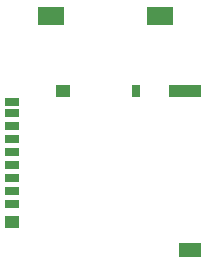
<source format=gbr>
%TF.GenerationSoftware,KiCad,Pcbnew,(6.0.7-1)-1*%
%TF.CreationDate,2023-01-25T16:43:34-06:00*%
%TF.ProjectId,BLACKBOX,424c4143-4b42-44f5-982e-6b696361645f,rev?*%
%TF.SameCoordinates,Original*%
%TF.FileFunction,Paste,Bot*%
%TF.FilePolarity,Positive*%
%FSLAX46Y46*%
G04 Gerber Fmt 4.6, Leading zero omitted, Abs format (unit mm)*
G04 Created by KiCad (PCBNEW (6.0.7-1)-1) date 2023-01-25 16:43:34*
%MOMM*%
%LPD*%
G01*
G04 APERTURE LIST*
%ADD10R,1.200000X0.700000*%
%ADD11R,0.800000X1.000000*%
%ADD12R,2.800000X1.000000*%
%ADD13R,1.900000X1.300000*%
%ADD14R,1.200000X1.000000*%
%ADD15R,2.180000X1.600000*%
G04 APERTURE END LIST*
D10*
%TO.C,J1*%
X113000000Y-65991000D03*
X113000000Y-64891000D03*
X113000000Y-63791000D03*
X113000000Y-62691000D03*
X113000000Y-61591000D03*
X113000000Y-60491000D03*
X113000000Y-59391000D03*
X113000000Y-58291000D03*
X113000000Y-57341000D03*
D11*
X123500000Y-56391000D03*
D12*
X127650000Y-56391000D03*
D13*
X128100000Y-69891000D03*
D14*
X113000000Y-67541000D03*
X117300000Y-56391000D03*
%TD*%
D15*
%TO.C,SW1*%
X125494000Y-50038000D03*
X116314000Y-50038000D03*
%TD*%
M02*

</source>
